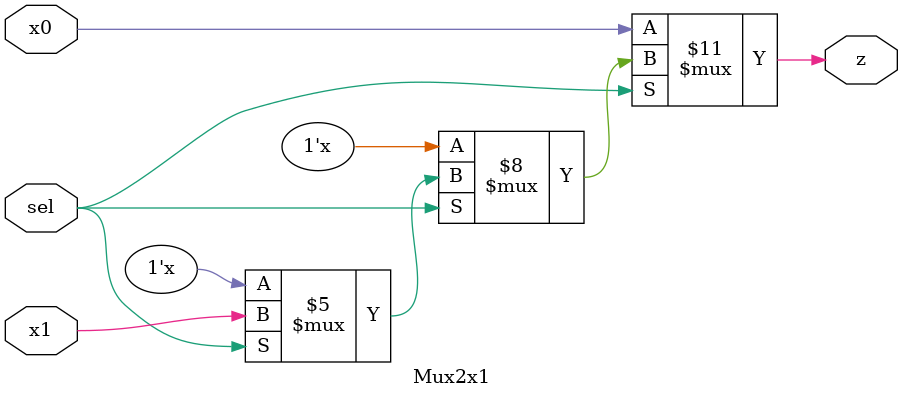
<source format=v>
`timescale 1ns / 1ps


module Mux2x1(
    input x0, x1, sel,
    output reg z
    );
    /*Structural Representation*/
    //Gate-level Modeling
    /*wire nsel, g0, g1;
    not(nsel, sel);
    and(g0, x0, nsel);
    and(g1, x1, sel);
    or(z, g0, g1);
    
    //Dataflow Modeling
    assign z = ~sel & x0 | sel & x1;
    
    /*Behavioral Representation*/
    always@(*)
    begin
        if(sel == 1'b0)
        begin
            z = x0;
        end
        else if(sel == 1'b1)
        begin
            z = x1;
        end
    end
endmodule

</source>
